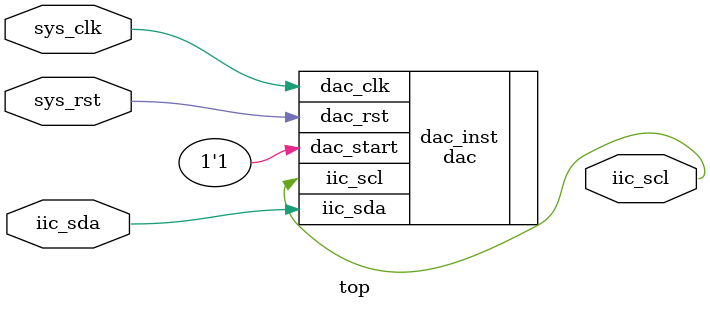
<source format=v>
module top(
    input  wire                         sys_clk                 ,
    input  wire                         sys_rst                 ,
    output wire                         iic_scl                 ,
    inout  wire                         iic_sda                  
);

dac 
#(
    .SYS_CLK                          (28'd50_000_000            ),
    .DAC_SCL                          (28'd100_000               ),
    .DEVICE_ADDR                      (7 'b1001_100              ) 
)dac_inst(
    .dac_clk                          (sys_clk                   ),
    .dac_rst                          (sys_rst                   ),
    .dac_start                        (1'b1                      ),// 开启写入DAC操作
    .iic_scl                          (iic_scl                   ),
    .iic_sda                          (iic_sda                   ) 
);

endmodule

</source>
